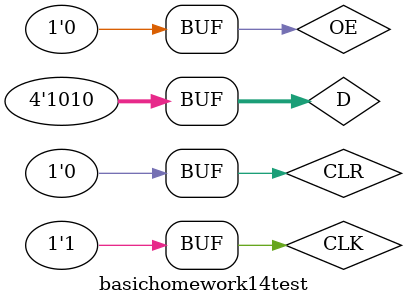
<source format=v>
`timescale 1ns / 1ps


module basichomework14test;

	// Inputs
	reg OE;
	reg CLR;
	reg CLK;
	reg [3:0] D;

	// Outputs
	wire [3:0] QN;

	// Instantiate the Unit Under Test (UUT)
	basichomework14 uut (
		.OE(OE), 
		.CLR(CLR), 
		.CLK(CLK), 
		.D(D), 
		.QN(QN)
	);

	initial begin
		// Initialize Inputs
		OE = 0;
		CLR = 0;
		CLK = 0;
		D = 0;

		// Wait 100 ns for global reset to finish
		#100;
        
		// Add stimulus here
		#100;
		D=4'b1010;
		OE<=1;
		
		#100;
		CLK<=1;
		
		#100;
		CLK<=0;
		CLR<=1;
		OE<=0;
		
		#100;
		CLK<=1;
		
		#100;
		CLK<=0;
		CLR<=0;
		
		#100;
		CLK<=1;
		
		

	end
      
endmodule


</source>
